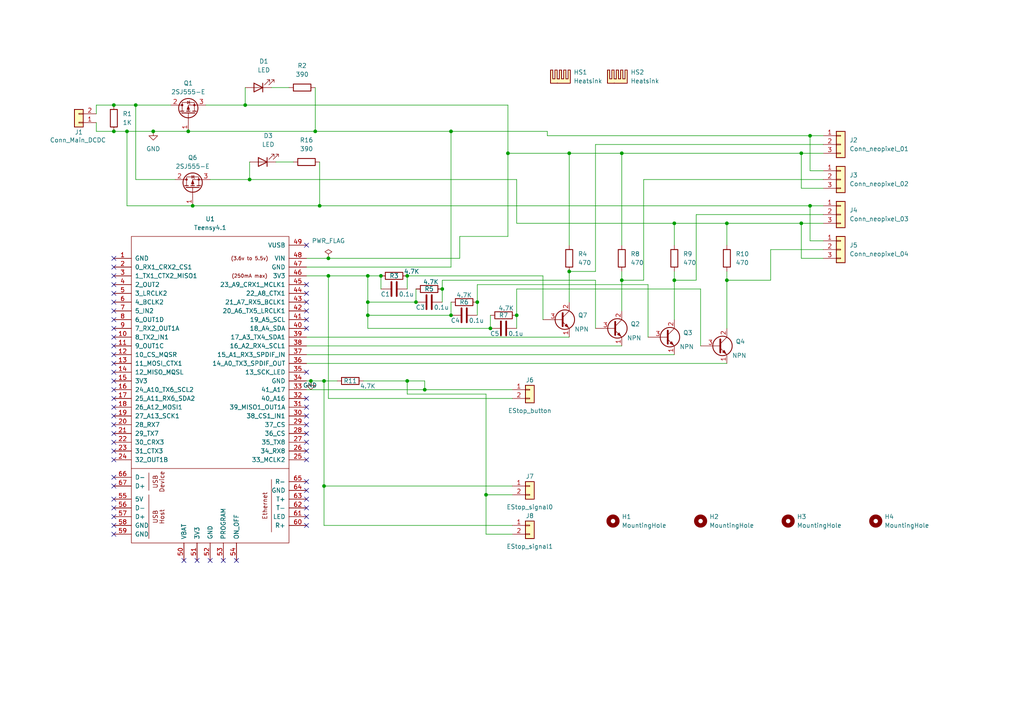
<source format=kicad_sch>
(kicad_sch (version 20231120) (generator "eeschema") (generator_version "8.0")
  (paper "A4")
  (lib_symbols
    (symbol "Connector_Generic:Conn_01x02" (pin_names (offset 1.016) hide)
      (property "Reference" "J" (at 0 2.54 0))
      (property "Value" "Conn_01x02" (at 0 -5.08 0))
      (symbol "Conn_01x02_1_1"
        (rectangle (start -1.27 -2.413) (end 0 -2.667) (stroke (width 0.1524)))
        (rectangle (start -1.27 0.127) (end 0 -0.127) (stroke (width 0.1524)))
        (rectangle (start -1.27 1.27) (end 1.27 -3.81) (stroke (width 0.254)) (fill (type background)))
        (pin passive line (at -5.08 0 0) (length 3.81) (name "Pin_1") (number "1"))
        (pin passive line (at -5.08 -2.54 0) (length 3.81) (name "Pin_2") (number "2"))
      )
    )
    (symbol "Connector_Generic:Conn_01x03" (pin_names (offset 1.016) hide)
      (property "Reference" "J" (at 0 5.08 0))
      (property "Value" "Conn_01x03" (at 0 -5.08 0))
      (symbol "Conn_01x03_1_1"
        (rectangle (start -1.27 -2.413) (end 0 -2.667) (stroke (width 0.1524)))
        (rectangle (start -1.27 0.127) (end 0 -0.127) (stroke (width 0.1524)))
        (rectangle (start -1.27 2.667) (end 0 2.413) (stroke (width 0.1524)))
        (rectangle (start -1.27 3.81) (end 1.27 -3.81) (stroke (width 0.254)) (fill (type background)))
        (pin passive line (at -5.08 2.54 0) (length 3.81) (name "Pin_1") (number "1"))
        (pin passive line (at -5.08 0 0) (length 3.81) (name "Pin_2") (number "2"))
        (pin passive line (at -5.08 -2.54 0) (length 3.81) (name "Pin_3") (number "3"))
      )
    )
    (symbol "Device:C" (pin_numbers hide) (pin_names (offset 0.254))
      (property "Reference" "C" (at 0.635 2.54 0))
      (property "Value" "C" (at 0.635 -2.54 0))
      (symbol "C_0_1"
        (polyline (pts (xy -2.032 -0.762) (xy 2.032 -0.762)) (stroke (width 0.508)))
        (polyline (pts (xy -2.032 0.762) (xy 2.032 0.762)) (stroke (width 0.508)))
      )
      (symbol "C_1_1"
        (pin passive line (at 0 3.81 270) (length 2.794) (name "~") (number "1"))
        (pin passive line (at 0 -3.81 90) (length 2.794) (name "~") (number "2"))
      )
    )
    (symbol "Device:LED" (pin_numbers hide) (pin_names (offset 1.016) hide)
      (property "Reference" "D" (at 0 2.54 0))
      (property "Value" "LED" (at 0 -2.54 0))
      (symbol "LED_0_1"
        (polyline (pts (xy -1.27 -1.27) (xy -1.27 1.27)) (stroke (width 0.254)))
        (polyline (pts (xy -1.27 0) (xy 1.27 0)))
        (polyline (pts (xy 1.27 -1.27) (xy 1.27 1.27) (xy -1.27 0) (xy 1.27 -1.27)) (stroke (width 0.254)))
        (polyline (pts (xy -3.048 -0.762) (xy -4.572 -2.286) (xy -3.81 -2.286) (xy -4.572 -2.286) (xy -4.572 -1.524)))
        (polyline (pts (xy -1.778 -0.762) (xy -3.302 -2.286) (xy -2.54 -2.286) (xy -3.302 -2.286) (xy -3.302 -1.524)))
      )
      (symbol "LED_1_1"
        (pin passive line (at -3.81 0 0) (length 2.54) (name "K") (number "1"))
        (pin passive line (at 3.81 0 180) (length 2.54) (name "A") (number "2"))
      )
    )
    (symbol "Device:Q_NPN_ECB" (pin_names (offset 0) hide)
      (property "Reference" "Q" (at 5.08 1.27 0))
      (property "Value" "Q_NPN_ECB" (at 5.08 -1.27 0))
      (symbol "Q_NPN_ECB_0_1"
        (polyline (pts (xy 0.635 0.635) (xy 2.54 2.54)))
        (polyline (pts (xy 0.635 -0.635) (xy 2.54 -2.54) (xy 2.54 -2.54)))
        (polyline (pts (xy 0.635 1.905) (xy 0.635 -1.905) (xy 0.635 -1.905)) (stroke (width 0.508)))
        (polyline (pts (xy 1.27 -1.778) (xy 1.778 -1.27) (xy 2.286 -2.286) (xy 1.27 -1.778) (xy 1.27 -1.778)) (fill (type outline)))
        (circle (center 1.27 0) (radius 2.8194) (stroke (width 0.254)))
      )
      (symbol "Q_NPN_ECB_1_1"
        (pin passive line (at 2.54 -5.08 90) (length 2.54) (name "E") (number "1"))
        (pin passive line (at 2.54 5.08 270) (length 2.54) (name "C") (number "2"))
        (pin passive line (at -5.08 0 0) (length 5.715) (name "B") (number "3"))
      )
    )
    (symbol "Device:Q_PMOS_GDS" (pin_names (offset 0) hide)
      (property "Reference" "Q" (at 5.08 1.27 0))
      (property "Value" "Q_PMOS_GDS" (at 5.08 -1.27 0))
      (symbol "Q_PMOS_GDS_0_1"
        (polyline (pts (xy 0.254 0) (xy -2.54 0)))
        (polyline (pts (xy 0.254 1.905) (xy 0.254 -1.905)) (stroke (width 0.254)))
        (polyline (pts (xy 0.762 -1.27) (xy 0.762 -2.286)) (stroke (width 0.254)))
        (polyline (pts (xy 0.762 0.508) (xy 0.762 -0.508)) (stroke (width 0.254)))
        (polyline (pts (xy 0.762 2.286) (xy 0.762 1.27)) (stroke (width 0.254)))
        (polyline (pts (xy 2.54 2.54) (xy 2.54 1.778)))
        (polyline (pts (xy 2.54 -2.54) (xy 2.54 0) (xy 0.762 0)))
        (polyline (pts (xy 0.762 1.778) (xy 3.302 1.778) (xy 3.302 -1.778) (xy 0.762 -1.778)))
        (polyline (pts (xy 2.286 0) (xy 1.27 0.381) (xy 1.27 -0.381) (xy 2.286 0)) (fill (type outline)))
        (polyline (pts (xy 2.794 -0.508) (xy 2.921 -0.381) (xy 3.683 -0.381) (xy 3.81 -0.254)))
        (polyline (pts (xy 3.302 -0.381) (xy 2.921 0.254) (xy 3.683 0.254) (xy 3.302 -0.381)))
        (circle (center 1.651 0) (radius 2.794) (stroke (width 0.254)))
        (circle (center 2.54 -1.778) (radius 0.254) (fill (type outline)))
        (circle (center 2.54 1.778) (radius 0.254) (fill (type outline)))
      )
      (symbol "Q_PMOS_GDS_1_1"
        (pin input line (at -5.08 0 0) (length 2.54) (name "G") (number "1"))
        (pin passive line (at 2.54 5.08 270) (length 2.54) (name "D") (number "2"))
        (pin passive line (at 2.54 -5.08 90) (length 2.54) (name "S") (number "3"))
      )
    )
    (symbol "Device:R" (pin_numbers hide) (pin_names (offset 0))
      (property "Reference" "R" (at 2.032 0 90))
      (property "Value" "R" (at 0 0 90))
      (symbol "R_0_1"
        (rectangle (start -1.016 -2.54) (end 1.016 2.54) (stroke (width 0.254)))
      )
      (symbol "R_1_1"
        (pin passive line (at 0 3.81 270) (length 1.27) (name "~") (number "1"))
        (pin passive line (at 0 -3.81 90) (length 1.27) (name "~") (number "2"))
      )
    )
    (symbol "Mechanical:Heatsink" (pin_names (offset 1.016)) (exclude_from_sim yes)
      (property "Reference" "HS" (at 0 5.08 0))
      (property "Value" "Heatsink" (at 0 -1.27 0))
      (symbol "Heatsink_0_1"
        (polyline (pts (xy -0.3302 1.27) (xy -0.9652 1.27) (xy -0.9652 3.81) (xy -1.6002 3.81) (xy -1.6002 1.27) (xy -2.2352 1.27) (xy -2.2352 3.81) (xy -2.8702 3.81) (xy -2.8702 0) (xy -0.9652 0)) (stroke (width 0.254)) (fill (type background)))
        (polyline (pts (xy -0.3302 1.27) (xy -0.3302 3.81) (xy 0.3048 3.81) (xy 0.3048 1.27) (xy 0.9398 1.27) (xy 0.9398 3.81) (xy 1.5748 3.81) (xy 1.5748 1.27) (xy 2.2098 1.27) (xy 2.2098 3.81) (xy 2.8448 3.81) (xy 2.8448 0) (xy -0.9652 0)) (stroke (width 0.254)) (fill (type background)))
      )
    )
    (symbol "Mechanical:MountingHole" (pin_names (offset 1.016)) (exclude_from_sim yes) (in_bom no)
      (property "Reference" "H" (at 0 5.08 0))
      (property "Value" "MountingHole" (at 0 3.175 0))
      (symbol "MountingHole_0_1"
        (circle (center 0 0) (radius 1.27) (stroke (width 1.27)))
      )
    )
    (symbol "power:GND" (power) (pin_numbers hide) (pin_names (offset 0) hide)
      (property "Value" "GND" (at 0 -3.81 0))
      (symbol "GND_0_1"
        (polyline (pts (xy 0 0) (xy 0 -1.27) (xy 1.27 -1.27) (xy 0 -2.54) (xy -1.27 -1.27) (xy 0 -1.27)))
      )
      (symbol "GND_1_1"
        (pin power_in line (at 0 0 270) (length 0) (name "~") (number "1"))
      )
    )
    (symbol "power:PWR_FLAG" (power) (pin_numbers hide) (pin_names (offset 0) hide)
      (property "Value" "PWR_FLAG" (at 0 3.81 0))
      (symbol "PWR_FLAG_0_0"
        (pin power_out line (at 0 0 90) (length 0) (name "~") (number "1"))
      )
      (symbol "PWR_FLAG_0_1"
        (polyline (pts (xy 0 0) (xy 0 1.27) (xy -1.016 1.905) (xy 0 2.54) (xy 1.016 1.905) (xy 0 1.27)))
      )
    )
    (symbol "teensy:Teensy4.1" (pin_names (offset 1.016))
      (property "Reference" "U" (at 0 64.77 0))
      (property "Value" "Teensy4.1" (at 0 62.23 0))
      (symbol "Teensy4.1_0_0"
        (polyline (pts (xy -22.86 -6.35) (xy 22.86 -6.35)))
        (polyline (pts (xy -17.78 -26.67) (xy -17.78 -13.97)))
        (polyline (pts (xy -17.78 -7.62) (xy -17.78 -12.7)))
        (polyline (pts (xy 17.78 -9.525) (xy 17.78 -24.765)))
        (text "(250mA max)" (at 11.43 49.53 0) (effects (font (size 1.016 1.016))))
        (text "(3.6v to 5.5v)" (at 11.43 54.61 0) (effects (font (size 1.016 1.016))))
        (text "Device" (at -13.97 -10.16 900) (effects (font (size 1.27 1.27))))
        (text "Ethernet" (at 15.875 -17.145 900) (effects (font (size 1.27 1.27))))
        (text "Host" (at -13.97 -20.32 900) (effects (font (size 1.27 1.27))))
        (text "USB" (at -15.875 -20.32 900) (effects (font (size 1.27 1.27))))
        (text "USB" (at -15.875 -10.16 900) (effects (font (size 1.27 1.27))))
        (pin bidirectional line (at -27.94 31.75 0) (length 5.08) (name "8_TX2_IN1") (number "10"))
        (pin bidirectional line (at -27.94 29.21 0) (length 5.08) (name "9_OUT1C") (number "11"))
        (pin bidirectional line (at -27.94 26.67 0) (length 5.08) (name "10_CS_MQSR") (number "12"))
        (pin bidirectional line (at -27.94 24.13 0) (length 5.08) (name "11_MOSI_CTX1") (number "13"))
        (pin bidirectional line (at -27.94 21.59 0) (length 5.08) (name "12_MISO_MQSL") (number "14"))
        (pin power_in line (at -27.94 19.05 0) (length 5.08) (name "3V3") (number "15"))
        (pin bidirectional line (at -27.94 16.51 0) (length 5.08) (name "24_A10_TX6_SCL2") (number "16"))
        (pin bidirectional line (at -27.94 13.97 0) (length 5.08) (name "25_A11_RX6_SDA2") (number "17"))
        (pin bidirectional line (at -27.94 11.43 0) (length 5.08) (name "26_A12_MOSI1") (number "18"))
        (pin bidirectional line (at -27.94 8.89 0) (length 5.08) (name "27_A13_SCK1") (number "19"))
        (pin bidirectional line (at -27.94 6.35 0) (length 5.08) (name "28_RX7") (number "20"))
        (pin bidirectional line (at -27.94 3.81 0) (length 5.08) (name "29_TX7") (number "21"))
        (pin bidirectional line (at -27.94 1.27 0) (length 5.08) (name "30_CRX3") (number "22"))
        (pin bidirectional line (at -27.94 -1.27 0) (length 5.08) (name "31_CTX3") (number "23"))
        (pin bidirectional line (at -27.94 -3.81 0) (length 5.08) (name "32_OUT1B") (number "24"))
        (pin bidirectional line (at 27.94 -3.81 180) (length 5.08) (name "33_MCLK2") (number "25"))
        (pin bidirectional line (at 27.94 -1.27 180) (length 5.08) (name "34_RX8") (number "26"))
        (pin bidirectional line (at 27.94 1.27 180) (length 5.08) (name "35_TX8") (number "27"))
        (pin bidirectional line (at 27.94 3.81 180) (length 5.08) (name "36_CS") (number "28"))
        (pin bidirectional line (at 27.94 6.35 180) (length 5.08) (name "37_CS") (number "29"))
        (pin bidirectional line (at 27.94 8.89 180) (length 5.08) (name "38_CS1_IN1") (number "30"))
        (pin bidirectional line (at 27.94 11.43 180) (length 5.08) (name "39_MISO1_OUT1A") (number "31"))
        (pin bidirectional line (at 27.94 13.97 180) (length 5.08) (name "40_A16") (number "32"))
        (pin bidirectional line (at 27.94 16.51 180) (length 5.08) (name "41_A17") (number "33"))
        (pin bidirectional line (at 27.94 21.59 180) (length 5.08) (name "13_SCK_LED") (number "35"))
        (pin bidirectional line (at 27.94 24.13 180) (length 5.08) (name "14_A0_TX3_SPDIF_OUT") (number "36"))
        (pin bidirectional line (at 27.94 26.67 180) (length 5.08) (name "15_A1_RX3_SPDIF_IN") (number "37"))
        (pin bidirectional line (at 27.94 29.21 180) (length 5.08) (name "16_A2_RX4_SCL1") (number "38"))
        (pin bidirectional line (at 27.94 31.75 180) (length 5.08) (name "17_A3_TX4_SDA1") (number "39"))
        (pin bidirectional line (at 27.94 34.29 180) (length 5.08) (name "18_A4_SDA") (number "40"))
        (pin bidirectional line (at 27.94 36.83 180) (length 5.08) (name "19_A5_SCL") (number "41"))
        (pin bidirectional line (at 27.94 39.37 180) (length 5.08) (name "20_A6_TX5_LRCLK1") (number "42"))
        (pin bidirectional line (at 27.94 41.91 180) (length 5.08) (name "21_A7_RX5_BCLK1") (number "43"))
        (pin bidirectional line (at 27.94 44.45 180) (length 5.08) (name "22_A8_CTX1") (number "44"))
        (pin bidirectional line (at 27.94 46.99 180) (length 5.08) (name "23_A9_CRX1_MCLK1") (number "45"))
        (pin output line (at 27.94 49.53 180) (length 5.08) (name "3V3") (number "46"))
        (pin output line (at 27.94 52.07 180) (length 5.08) (name "GND") (number "47"))
        (pin power_in line (at 27.94 54.61 180) (length 5.08) (name "VIN") (number "48"))
        (pin power_out line (at 27.94 58.42 180) (length 5.08) (name "VUSB") (number "49"))
        (pin bidirectional line (at -27.94 44.45 0) (length 5.08) (name "3_LRCLK2") (number "5"))
        (pin power_in line (at -7.62 -33.02 90) (length 5.08) (name "VBAT") (number "50"))
        (pin power_in line (at -3.81 -33.02 90) (length 5.08) (name "3V3") (number "51"))
        (pin input line (at 0 -33.02 90) (length 5.08) (name "GND") (number "52"))
        (pin input line (at 3.81 -33.02 90) (length 5.08) (name "PROGRAM") (number "53"))
        (pin input line (at 7.62 -33.02 90) (length 5.08) (name "ON_OFF") (number "54"))
        (pin power_out line (at -27.94 -15.24 0) (length 5.08) (name "5V") (number "55"))
        (pin bidirectional line (at -27.94 -17.78 0) (length 5.08) (name "D-") (number "56"))
        (pin bidirectional line (at -27.94 -20.32 0) (length 5.08) (name "D+") (number "57"))
        (pin power_in line (at -27.94 -22.86 0) (length 5.08) (name "GND") (number "58"))
        (pin power_in line (at -27.94 -25.4 0) (length 5.08) (name "GND") (number "59"))
        (pin bidirectional line (at -27.94 41.91 0) (length 5.08) (name "4_BCLK2") (number "6"))
        (pin bidirectional line (at 27.94 -22.86 180) (length 5.08) (name "R+") (number "60"))
        (pin bidirectional line (at 27.94 -20.32 180) (length 5.08) (name "LED") (number "61"))
        (pin bidirectional line (at 27.94 -17.78 180) (length 5.08) (name "T-") (number "62"))
        (pin bidirectional line (at 27.94 -15.24 180) (length 5.08) (name "T+") (number "63"))
        (pin power_in line (at 27.94 -12.7 180) (length 5.08) (name "GND") (number "64"))
        (pin bidirectional line (at 27.94 -10.16 180) (length 5.08) (name "R-") (number "65"))
        (pin bidirectional line (at -27.94 -8.89 0) (length 5.08) (name "D-") (number "66"))
        (pin bidirectional line (at -27.94 -11.43 0) (length 5.08) (name "D+") (number "67"))
        (pin bidirectional line (at -27.94 39.37 0) (length 5.08) (name "5_IN2") (number "7"))
        (pin bidirectional line (at -27.94 36.83 0) (length 5.08) (name "6_OUT1D") (number "8"))
        (pin bidirectional line (at -27.94 34.29 0) (length 5.08) (name "7_RX2_OUT1A") (number "9"))
      )
      (symbol "Teensy4.1_0_1"
        (rectangle (start -22.86 60.96) (end 22.86 -27.94))
        (rectangle (start -20.32 -1.27) (end -20.32 -1.27))
      )
      (symbol "Teensy4.1_1_1"
        (pin power_in line (at -27.94 54.61 0) (length 5.08) (name "GND") (number "1"))
        (pin bidirectional line (at -27.94 52.07 0) (length 5.08) (name "0_RX1_CRX2_CS1") (number "2"))
        (pin bidirectional line (at -27.94 49.53 0) (length 5.08) (name "1_TX1_CTX2_MISO1") (number "3"))
        (pin power_in line (at 27.94 19.05 180) (length 5.08) (name "GND") (number "34"))
        (pin bidirectional line (at -27.94 46.99 0) (length 5.08) (name "2_OUT2") (number "4"))
      )
    )
  )
  (junction (at 165.1 78.74))
  (junction (at 195.58 81.28))
  (junction (at 95.25 80.01))
  (junction (at 232.41 64.77))
  (junction (at 33.02 30.48))
  (junction (at 106.68 87.63))
  (junction (at 90.17 110.49))
  (junction (at 149.86 91.44))
  (junction (at 91.44 38.1))
  (junction (at 165.1 44.45))
  (junction (at 123.19 113.03))
  (junction (at 106.68 91.44))
  (junction (at 36.83 38.1))
  (junction (at 120.65 87.63))
  (junction (at 142.24 95.25))
  (junction (at 180.34 44.45))
  (junction (at 180.34 81.28))
  (junction (at 93.98 110.49))
  (junction (at 130.81 38.1))
  (junction (at 95.25 74.93))
  (junction (at 106.68 80.01))
  (junction (at 138.43 87.63))
  (junction (at 140.97 143.51))
  (junction (at 110.49 80.01))
  (junction (at 128.27 83.82))
  (junction (at 234.95 59.69))
  (junction (at 195.58 64.77))
  (junction (at 39.37 30.48))
  (junction (at 55.88 59.69))
  (junction (at 118.11 80.01))
  (junction (at 92.71 59.69))
  (junction (at 72.39 52.07))
  (junction (at 33.02 38.1))
  (junction (at 210.82 64.77))
  (junction (at 54.61 38.1))
  (junction (at 71.12 30.48))
  (junction (at 130.81 91.44))
  (junction (at 147.32 44.45))
  (junction (at 210.82 81.28))
  (junction (at 93.98 140.97))
  (junction (at 118.11 110.49))
  (junction (at 44.45 38.1))
  (junction (at 234.95 39.37))
  (junction (at 232.41 44.45))
  (no_connect (at 33.02 144.78))
  (no_connect (at 33.02 152.4))
  (no_connect (at 64.77 162.56))
  (no_connect (at 88.9 133.35))
  (no_connect (at 88.9 71.12))
  (no_connect (at 88.9 107.95))
  (no_connect (at 33.02 115.57))
  (no_connect (at 53.34 162.56))
  (no_connect (at 33.02 125.73))
  (no_connect (at 33.02 154.94))
  (no_connect (at 33.02 133.35))
  (no_connect (at 33.02 87.63))
  (no_connect (at 88.9 130.81))
  (no_connect (at 33.02 80.01))
  (no_connect (at 60.96 162.56))
  (no_connect (at 88.9 149.86))
  (no_connect (at 33.02 74.93))
  (no_connect (at 68.58 162.56))
  (no_connect (at 88.9 139.7))
  (no_connect (at 33.02 77.47))
  (no_connect (at 33.02 128.27))
  (no_connect (at 33.02 107.95))
  (no_connect (at 88.9 128.27))
  (no_connect (at 33.02 92.71))
  (no_connect (at 88.9 115.57))
  (no_connect (at 33.02 120.65))
  (no_connect (at 88.9 125.73))
  (no_connect (at 88.9 85.09))
  (no_connect (at 88.9 82.55))
  (no_connect (at 88.9 123.19))
  (no_connect (at 33.02 149.86))
  (no_connect (at 33.02 95.25))
  (no_connect (at 33.02 90.17))
  (no_connect (at 33.02 118.11))
  (no_connect (at 33.02 140.97))
  (no_connect (at 33.02 82.55))
  (no_connect (at 88.9 147.32))
  (no_connect (at 88.9 120.65))
  (no_connect (at 33.02 105.41))
  (no_connect (at 33.02 100.33))
  (no_connect (at 33.02 130.81))
  (no_connect (at 33.02 123.19))
  (no_connect (at 33.02 102.87))
  (no_connect (at 88.9 90.17))
  (no_connect (at 88.9 142.24))
  (no_connect (at 33.02 138.43))
  (no_connect (at 33.02 147.32))
  (no_connect (at 88.9 152.4))
  (no_connect (at 88.9 87.63))
  (no_connect (at 33.02 110.49))
  (no_connect (at 33.02 85.09))
  (no_connect (at 33.02 113.03))
  (no_connect (at 88.9 118.11))
  (no_connect (at 88.9 95.25))
  (no_connect (at 88.9 144.78))
  (no_connect (at 57.15 162.56))
  (no_connect (at 88.9 92.71))
  (no_connect (at 33.02 97.79))
  (wire (pts (xy 72.39 52.07) (xy 149.86 52.07)))
  (wire (pts (xy 128.27 83.82) (xy 128.27 87.63)))
  (wire (pts (xy 238.76 69.85) (xy 234.95 69.85)))
  (wire (pts (xy 172.72 41.91) (xy 238.76 41.91)))
  (wire (pts (xy 93.98 110.49) (xy 93.98 140.97)))
  (wire (pts (xy 238.76 54.61) (xy 232.41 54.61)))
  (wire (pts (xy 88.9 97.79) (xy 165.1 97.79)))
  (wire (pts (xy 210.82 64.77) (xy 210.82 71.12)))
  (wire (pts (xy 130.81 87.63) (xy 130.81 91.44)))
  (wire (pts (xy 234.95 69.85) (xy 234.95 59.69)))
  (wire (pts (xy 234.95 39.37) (xy 234.95 49.53)))
  (wire (pts (xy 60.96 52.07) (xy 72.39 52.07)))
  (wire (pts (xy 210.82 81.28) (xy 223.52 81.28)))
  (wire (pts (xy 142.24 91.44) (xy 142.24 95.25)))
  (wire (pts (xy 203.2 83.82) (xy 203.2 100.33)))
  (wire (pts (xy 165.1 44.45) (xy 165.1 71.12)))
  (wire (pts (xy 123.19 110.49) (xy 118.11 110.49)))
  (wire (pts (xy 165.1 78.74) (xy 165.1 87.63)))
  (wire (pts (xy 27.94 30.48) (xy 33.02 30.48)))
  (wire (pts (xy 95.25 115.57) (xy 148.59 115.57)))
  (wire (pts (xy 93.98 140.97) (xy 148.59 140.97)))
  (wire (pts (xy 118.11 114.3) (xy 118.11 110.49)))
  (wire (pts (xy 130.81 38.1) (xy 158.75 38.1)))
  (wire (pts (xy 234.95 39.37) (xy 238.76 39.37)))
  (wire (pts (xy 149.86 83.82) (xy 149.86 91.44)))
  (wire (pts (xy 158.75 39.37) (xy 234.95 39.37)))
  (wire (pts (xy 180.34 78.74) (xy 180.34 81.28)))
  (wire (pts (xy 80.01 46.99) (xy 85.09 46.99)))
  (wire (pts (xy 232.41 44.45) (xy 238.76 44.45)))
  (wire (pts (xy 106.68 91.44) (xy 130.81 91.44)))
  (wire (pts (xy 128.27 81.28) (xy 128.27 83.82)))
  (wire (pts (xy 133.35 68.58) (xy 147.32 68.58)))
  (wire (pts (xy 36.83 59.69) (xy 55.88 59.69)))
  (wire (pts (xy 36.83 59.69) (xy 36.83 38.1)))
  (wire (pts (xy 95.25 74.93) (xy 133.35 74.93)))
  (wire (pts (xy 71.12 30.48) (xy 147.32 30.48)))
  (wire (pts (xy 238.76 52.07) (xy 186.69 52.07)))
  (wire (pts (xy 36.83 38.1) (xy 44.45 38.1)))
  (wire (pts (xy 234.95 59.69) (xy 238.76 59.69)))
  (wire (pts (xy 95.25 74.93) (xy 88.9 74.93)))
  (wire (pts (xy 186.69 52.07) (xy 186.69 81.28)))
  (wire (pts (xy 223.52 72.39) (xy 238.76 72.39)))
  (wire (pts (xy 138.43 87.63) (xy 138.43 91.44)))
  (wire (pts (xy 186.69 81.28) (xy 180.34 81.28)))
  (wire (pts (xy 88.9 100.33) (xy 180.34 100.33)))
  (wire (pts (xy 106.68 80.01) (xy 110.49 80.01)))
  (wire (pts (xy 106.68 87.63) (xy 120.65 87.63)))
  (wire (pts (xy 172.72 95.25) (xy 172.72 81.28)))
  (wire (pts (xy 106.68 95.25) (xy 142.24 95.25)))
  (wire (pts (xy 149.86 83.82) (xy 203.2 83.82)))
  (wire (pts (xy 33.02 38.1) (xy 36.83 38.1)))
  (wire (pts (xy 71.12 25.4) (xy 71.12 30.48)))
  (wire (pts (xy 149.86 64.77) (xy 195.58 64.77)))
  (wire (pts (xy 157.48 80.01) (xy 157.48 92.71)))
  (wire (pts (xy 180.34 81.28) (xy 180.34 90.17)))
  (wire (pts (xy 201.93 62.23) (xy 201.93 81.28)))
  (wire (pts (xy 210.82 81.28) (xy 210.82 95.25)))
  (wire (pts (xy 120.65 83.82) (xy 120.65 87.63)))
  (wire (pts (xy 88.9 105.41) (xy 210.82 105.41)))
  (wire (pts (xy 88.9 113.03) (xy 123.19 113.03)))
  (wire (pts (xy 140.97 143.51) (xy 148.59 143.51)))
  (wire (pts (xy 238.76 49.53) (xy 234.95 49.53)))
  (wire (pts (xy 149.86 52.07) (xy 149.86 64.77)))
  (wire (pts (xy 147.32 68.58) (xy 147.32 44.45)))
  (wire (pts (xy 195.58 64.77) (xy 195.58 71.12)))
  (wire (pts (xy 39.37 52.07) (xy 50.8 52.07)))
  (wire (pts (xy 118.11 80.01) (xy 157.48 80.01)))
  (wire (pts (xy 88.9 80.01) (xy 95.25 80.01)))
  (wire (pts (xy 33.02 30.48) (xy 39.37 30.48)))
  (wire (pts (xy 140.97 114.3) (xy 118.11 114.3)))
  (wire (pts (xy 195.58 81.28) (xy 195.58 92.71)))
  (wire (pts (xy 149.86 91.44) (xy 149.86 95.25)))
  (wire (pts (xy 232.41 44.45) (xy 232.41 54.61)))
  (wire (pts (xy 88.9 110.49) (xy 90.17 110.49)))
  (wire (pts (xy 130.81 77.47) (xy 88.9 77.47)))
  (wire (pts (xy 195.58 64.77) (xy 210.82 64.77)))
  (wire (pts (xy 238.76 74.93) (xy 232.41 74.93)))
  (wire (pts (xy 138.43 82.55) (xy 187.96 82.55)))
  (wire (pts (xy 223.52 81.28) (xy 223.52 72.39)))
  (wire (pts (xy 27.94 33.02) (xy 27.94 30.48)))
  (wire (pts (xy 93.98 152.4) (xy 93.98 140.97)))
  (wire (pts (xy 140.97 154.94) (xy 148.59 154.94)))
  (wire (pts (xy 158.75 39.37) (xy 158.75 38.1)))
  (wire (pts (xy 95.25 80.01) (xy 95.25 115.57)))
  (wire (pts (xy 187.96 97.79) (xy 187.96 82.55)))
  (wire (pts (xy 91.44 25.4) (xy 91.44 38.1)))
  (wire (pts (xy 106.68 80.01) (xy 106.68 87.63)))
  (wire (pts (xy 140.97 114.3) (xy 140.97 143.51)))
  (wire (pts (xy 123.19 113.03) (xy 148.59 113.03)))
  (wire (pts (xy 232.41 64.77) (xy 238.76 64.77)))
  (wire (pts (xy 180.34 44.45) (xy 180.34 71.12)))
  (wire (pts (xy 195.58 78.74) (xy 195.58 81.28)))
  (wire (pts (xy 88.9 102.87) (xy 195.58 102.87)))
  (wire (pts (xy 201.93 81.28) (xy 195.58 81.28)))
  (wire (pts (xy 138.43 82.55) (xy 138.43 87.63)))
  (wire (pts (xy 106.68 91.44) (xy 106.68 95.25)))
  (wire (pts (xy 78.74 25.4) (xy 83.82 25.4)))
  (wire (pts (xy 59.69 30.48) (xy 71.12 30.48)))
  (wire (pts (xy 92.71 46.99) (xy 92.71 59.69)))
  (wire (pts (xy 44.45 38.1) (xy 54.61 38.1)))
  (wire (pts (xy 92.71 59.69) (xy 234.95 59.69)))
  (wire (pts (xy 148.59 152.4) (xy 93.98 152.4)))
  (wire (pts (xy 165.1 78.74) (xy 172.72 78.74)))
  (wire (pts (xy 118.11 110.49) (xy 105.41 110.49)))
  (wire (pts (xy 106.68 87.63) (xy 106.68 91.44)))
  (wire (pts (xy 91.44 38.1) (xy 130.81 38.1)))
  (wire (pts (xy 27.94 38.1) (xy 33.02 38.1)))
  (wire (pts (xy 210.82 64.77) (xy 232.41 64.77)))
  (wire (pts (xy 39.37 30.48) (xy 39.37 52.07)))
  (wire (pts (xy 55.88 59.69) (xy 92.71 59.69)))
  (wire (pts (xy 95.25 80.01) (xy 106.68 80.01)))
  (wire (pts (xy 165.1 44.45) (xy 180.34 44.45)))
  (wire (pts (xy 39.37 30.48) (xy 49.53 30.48)))
  (wire (pts (xy 110.49 80.01) (xy 110.49 83.82)))
  (wire (pts (xy 130.81 38.1) (xy 130.81 77.47)))
  (wire (pts (xy 93.98 110.49) (xy 97.79 110.49)))
  (wire (pts (xy 128.27 81.28) (xy 172.72 81.28)))
  (wire (pts (xy 90.17 110.49) (xy 93.98 110.49)))
  (wire (pts (xy 72.39 46.99) (xy 72.39 52.07)))
  (wire (pts (xy 27.94 35.56) (xy 27.94 38.1)))
  (wire (pts (xy 133.35 74.93) (xy 133.35 68.58)))
  (wire (pts (xy 54.61 38.1) (xy 91.44 38.1)))
  (wire (pts (xy 118.11 80.01) (xy 118.11 83.82)))
  (wire (pts (xy 210.82 78.74) (xy 210.82 81.28)))
  (wire (pts (xy 123.19 110.49) (xy 123.19 113.03)))
  (wire (pts (xy 147.32 30.48) (xy 147.32 44.45)))
  (wire (pts (xy 232.41 74.93) (xy 232.41 64.77)))
  (wire (pts (xy 172.72 78.74) (xy 172.72 41.91)))
  (wire (pts (xy 238.76 62.23) (xy 201.93 62.23)))
  (wire (pts (xy 180.34 44.45) (xy 232.41 44.45)))
  (wire (pts (xy 140.97 143.51) (xy 140.97 154.94)))
  (wire (pts (xy 147.32 44.45) (xy 165.1 44.45)))
  (symbol (lib_id "Device:R") (at 33.02 34.29 0) (unit 1)
    (property "Reference" "R1" (at 35.56 33.0199 0) (effects (justify left)))
    (property "Value" "1K" (at 35.56 35.5599 0) (effects (justify left)))
    (property "Footprint" "R_Axial_DIN0207_L6.3mm_D2.5mm_P10.16mm_Horizontal" (effects (hide yes)))
    (property "Datasheet" "https://akizukidenshi.com/catalog/g/g108535/" (effects (hide yes)))
    (property "Description" "Resistor" (effects (hide yes)))
  )
  (symbol (lib_id "Device:R") (at 87.63 25.4 270) (unit 1)
    (property "Reference" "R2" (at 87.63 19.05 90))
    (property "Value" "390" (at 87.63 21.59 90))
    (property "Footprint" "R_Axial_DIN0207_L6.3mm_D2.5mm_P10.16mm_Horizontal" (effects (hide yes)))
    (property "Datasheet" "https://akizukidenshi.com/catalog/g/g108531/" (effects (hide yes)))
    (property "Description" "Resistor" (effects (hide yes)))
  )
  (symbol (lib_id "Device:Q_NPN_ECB") (at 162.56 92.71 0) (unit 1)
    (property "Reference" "Q7" (at 167.64 91.4399 0) (effects (justify left)))
    (property "Value" "NPN" (at 166.624 95.504 0) (effects (justify left)))
    (property "Footprint" "Package_TO_SOT_THT:TO-92L_HandSolder" (effects (hide yes)))
    (property "Datasheet" "https://akizukidenshi.com/catalog/g/g117089/" (effects (hide yes)))
    (property "Description" "NPN transistor, emitter/collector/base" (effects (hide yes)))
  )
  (symbol (lib_id "Device:Q_NPN_ECB") (at 177.8 95.25 0) (unit 1)
    (property "Reference" "Q2" (at 182.88 93.9799 0) (effects (justify left)))
    (property "Value" "NPN" (at 181.864 98.044 0) (effects (justify left)))
    (property "Footprint" "Package_TO_SOT_THT:TO-92L_HandSolder" (effects (hide yes)))
    (property "Datasheet" "https://akizukidenshi.com/catalog/g/g117089/" (effects (hide yes)))
    (property "Description" "NPN transistor, emitter/collector/base" (effects (hide yes)))
  )
  (symbol (lib_id "Connector_Generic:Conn_01x02") (at 153.67 113.03 0) (unit 1)
    (property "Reference" "J6" (at 153.67 110.236 0))
    (property "Value" "EStop_button" (at 153.67 119.126 0))
    (property "Footprint" "AMASS_XT60PW-F_1x02_P7.20mm_Horizontal" (effects (hide yes)))
    (property "Datasheet" "https://akizukidenshi.com/catalog/g/g118155/" (effects (hide yes)))
    (property "Description" "Generic connector, single row, 01x02, script generated (kicad-library-utils/schlib/autogen/connector/)" (effects (hide yes)))
  )
  (symbol (lib_id "Device:R") (at 210.82 74.93 0) (unit 1)
    (property "Reference" "R10" (at 213.36 73.6599 0) (effects (justify left)))
    (property "Value" "470" (at 213.36 76.1999 0) (effects (justify left)))
    (property "Footprint" "R_Axial_DIN0207_L6.3mm_D2.5mm_P10.16mm_Horizontal" (effects (hide yes)))
    (property "Datasheet" "https://akizukidenshi.com/catalog/g/g125471/" (effects (hide yes)))
    (property "Description" "Resistor" (effects (hide yes)))
  )
  (symbol (lib_id "Mechanical:MountingHole") (at 177.8 151.13 0) (unit 1) (exclude_from_sim yes) (in_bom no)
    (property "Reference" "H1" (at 180.34 149.8599 0) (effects (justify left)))
    (property "Value" "MountingHole" (at 180.34 152.3999 0) (effects (justify left)))
    (property "Footprint" "MountingHole:MountingHole_3.2mm_M3" (effects (hide yes)))
    (property "Description" "Mounting Hole without connection" (effects (hide yes)))
  )
  (symbol (lib_id "Device:Q_NPN_ECB") (at 193.04 97.79 0) (unit 1)
    (property "Reference" "Q3" (at 198.12 96.5199 0) (effects (justify left)))
    (property "Value" "NPN" (at 197.104 100.584 0) (effects (justify left)))
    (property "Footprint" "Package_TO_SOT_THT:TO-92L_HandSolder" (effects (hide yes)))
    (property "Datasheet" "https://akizukidenshi.com/catalog/g/g117089/" (effects (hide yes)))
    (property "Description" "NPN transistor, emitter/collector/base" (effects (hide yes)))
  )
  (symbol (lib_id "Device:R") (at 134.62 87.63 270) (unit 1)
    (property "Reference" "R6" (at 134.62 87.63 90))
    (property "Value" "4.7K" (at 134.62 85.598 90))
    (property "Footprint" "R_Axial_DIN0207_L6.3mm_D2.5mm_P10.16mm_Horizontal" (effects (hide yes)))
    (property "Datasheet" "https://akizukidenshi.com/catalog/g/g125472/" (effects (hide yes)))
    (property "Description" "Resistor" (effects (hide yes)))
  )
  (symbol (lib_id "Device:C") (at 124.46 87.63 90) (unit 1)
    (property "Reference" "C3" (at 121.92 89.154 90))
    (property "Value" "0.1u" (at 128.016 89.154 90))
    (property "Footprint" "Capacitor_THT:C_Rect_L7.2mm_W4.5mm_P5.00mm_FKS2_FKP2_MKS2_MKP2" (effects (hide yes)))
    (property "Datasheet" "https://akizukidenshi.com/catalog/g/g110147/" (effects (hide yes)))
    (property "Description" "Unpolarized capacitor" (effects (hide yes)))
  )
  (symbol (lib_id "Mechanical:MountingHole") (at 254 151.13 0) (unit 1) (exclude_from_sim yes) (in_bom no)
    (property "Reference" "H4" (at 256.54 149.8599 0) (effects (justify left)))
    (property "Value" "MountingHole" (at 256.54 152.3999 0) (effects (justify left)))
    (property "Footprint" "MountingHole:MountingHole_3.2mm_M3" (effects (hide yes)))
    (property "Description" "Mounting Hole without connection" (effects (hide yes)))
  )
  (symbol (lib_id "Device:Q_PMOS_GDS") (at 54.61 33.02 90) (unit 1)
    (property "Reference" "Q1" (at 54.61 24.13 90))
    (property "Value" "2SJ555-E" (at 54.61 26.67 90))
    (property "Footprint" "Package_TO_SOT_THT:TO-3P-3_Vertical" (effects (hide yes)))
    (property "Datasheet" "https://akizukidenshi.com/catalog/g/g109042/" (effects (hide yes)))
    (property "Description" "P-MOSFET transistor, gate/drain/source" (effects (hide yes)))
  )
  (symbol (lib_id "Connector_Generic:Conn_01x03") (at 243.84 62.23 0) (unit 1)
    (property "Reference" "J4" (at 246.38 60.9599 0) (effects (justify left)))
    (property "Value" "Conn_neopixel_03" (at 246.38 63.4999 0) (effects (justify left)))
    (property "Footprint" "TerminalBlock_Phoenix:TerminalBlock_Phoenix_MKDS-1,5-3-5.08_1x03_P5.08mm_Horizontal" (effects (hide yes)))
    (property "Datasheet" "https://akizukidenshi.com/catalog/g/g101310/" (effects (hide yes)))
    (property "Description" "Generic connector, single row, 01x03, script generated (kicad-library-utils/schlib/autogen/connector/)" (effects (hide yes)))
  )
  (symbol (lib_id "Device:R") (at 88.9 46.99 270) (unit 1)
    (property "Reference" "R16" (at 88.9 40.64 90))
    (property "Value" "390" (at 88.9 43.18 90))
    (property "Footprint" "R_Axial_DIN0207_L6.3mm_D2.5mm_P10.16mm_Horizontal" (effects (hide yes)))
    (property "Datasheet" "https://akizukidenshi.com/catalog/g/g108531/" (effects (hide yes)))
    (property "Description" "Resistor" (effects (hide yes)))
  )
  (symbol (lib_id "Connector_Generic:Conn_01x02") (at 153.67 152.4 0) (unit 1)
    (property "Reference" "J8" (at 153.67 149.606 0))
    (property "Value" "EStop_signal1" (at 153.67 158.496 0))
    (property "Footprint" "AMASS_XT30PW-F_1x02_P2.50mm_Horizontal" (effects (hide yes)))
    (property "Datasheet" "https://akizukidenshi.com/catalog/g/g117948" (effects (hide yes)))
    (property "Description" "Generic connector, single row, 01x02, script generated (kicad-library-utils/schlib/autogen/connector/)" (effects (hide yes)))
  )
  (symbol (lib_id "Device:R") (at 114.3 80.01 270) (unit 1)
    (property "Reference" "R3" (at 114.3 80.01 90))
    (property "Value" "4.7K" (at 119.38 78.74 90))
    (property "Footprint" "R_Axial_DIN0207_L6.3mm_D2.5mm_P10.16mm_Horizontal" (effects (hide yes)))
    (property "Datasheet" "https://akizukidenshi.com/catalog/g/g125472/" (effects (hide yes)))
    (property "Description" "Resistor" (effects (hide yes)))
  )
  (symbol (lib_id "Mechanical:MountingHole") (at 228.6 151.13 0) (unit 1) (exclude_from_sim yes) (in_bom no)
    (property "Reference" "H3" (at 231.14 149.8599 0) (effects (justify left)))
    (property "Value" "MountingHole" (at 231.14 152.3999 0) (effects (justify left)))
    (property "Footprint" "MountingHole:MountingHole_3.2mm_M3" (effects (hide yes)))
    (property "Description" "Mounting Hole without connection" (effects (hide yes)))
  )
  (symbol (lib_id "Device:Q_NPN_ECB") (at 208.28 100.33 0) (unit 1)
    (property "Reference" "Q4" (at 213.36 99.0599 0) (effects (justify left)))
    (property "Value" "NPN" (at 212.344 103.124 0) (effects (justify left)))
    (property "Footprint" "Package_TO_SOT_THT:TO-92L_HandSolder" (effects (hide yes)))
    (property "Datasheet" "https://akizukidenshi.com/catalog/g/g117089/" (effects (hide yes)))
    (property "Description" "NPN transistor, emitter/collector/base" (effects (hide yes)))
  )
  (symbol (lib_id "Device:R") (at 195.58 74.93 0) (unit 1)
    (property "Reference" "R9" (at 198.12 73.6599 0) (effects (justify left)))
    (property "Value" "470" (at 198.12 76.1999 0) (effects (justify left)))
    (property "Footprint" "R_Axial_DIN0207_L6.3mm_D2.5mm_P10.16mm_Horizontal" (effects (hide yes)))
    (property "Datasheet" "https://akizukidenshi.com/catalog/g/g125471/" (effects (hide yes)))
    (property "Description" "Resistor" (effects (hide yes)))
  )
  (symbol (lib_id "Device:LED") (at 74.93 25.4 180) (unit 1)
    (property "Reference" "D1" (at 76.5175 17.78 0))
    (property "Value" "LED" (at 76.5175 20.32 0))
    (property "Footprint" "LED_D3.0mm" (effects (hide yes)))
    (property "Datasheet" "https://akizukidenshi.com/catalog/g/g111636/" (effects (hide yes)))
    (property "Description" "Light emitting diode" (effects (hide yes)))
  )
  (symbol (lib_id "Device:R") (at 146.05 91.44 270) (unit 1)
    (property "Reference" "R7" (at 146.05 91.44 90))
    (property "Value" "4.7K" (at 146.812 89.408 90))
    (property "Footprint" "R_Axial_DIN0207_L6.3mm_D2.5mm_P10.16mm_Horizontal" (effects (hide yes)))
    (property "Datasheet" "https://akizukidenshi.com/catalog/g/g125472/" (effects (hide yes)))
    (property "Description" "Resistor" (effects (hide yes)))
  )
  (symbol (lib_id "Connector_Generic:Conn_01x02") (at 153.67 140.97 0) (unit 1)
    (property "Reference" "J7" (at 153.67 138.176 0))
    (property "Value" "EStop_signal0" (at 153.67 147.066 0))
    (property "Footprint" "AMASS_XT30PW-F_1x02_P2.50mm_Horizontal" (effects (hide yes)))
    (property "Datasheet" "https://akizukidenshi.com/catalog/g/g117948" (effects (hide yes)))
    (property "Description" "Generic connector, single row, 01x02, script generated (kicad-library-utils/schlib/autogen/connector/)" (effects (hide yes)))
  )
  (symbol (lib_id "Device:R") (at 180.34 74.93 0) (unit 1)
    (property "Reference" "R8" (at 182.88 73.6599 0) (effects (justify left)))
    (property "Value" "470" (at 182.88 76.1999 0) (effects (justify left)))
    (property "Footprint" "R_Axial_DIN0207_L6.3mm_D2.5mm_P10.16mm_Horizontal" (effects (hide yes)))
    (property "Datasheet" "https://akizukidenshi.com/catalog/g/g125471/" (effects (hide yes)))
    (property "Description" "Resistor" (effects (hide yes)))
  )
  (symbol (lib_id "Connector_Generic:Conn_01x03") (at 243.84 41.91 0) (unit 1)
    (property "Reference" "J2" (at 246.38 40.6399 0) (effects (justify left)))
    (property "Value" "Conn_neopixel_01" (at 246.38 43.1799 0) (effects (justify left)))
    (property "Footprint" "TerminalBlock_Phoenix:TerminalBlock_Phoenix_MKDS-1,5-3-5.08_1x03_P5.08mm_Horizontal" (effects (hide yes)))
    (property "Datasheet" "https://akizukidenshi.com/catalog/g/g101310/" (effects (hide yes)))
    (property "Description" "Generic connector, single row, 01x03, script generated (kicad-library-utils/schlib/autogen/connector/)" (effects (hide yes)))
  )
  (symbol (lib_id "Mechanical:Heatsink") (at 179.07 24.13 0) (unit 1) (exclude_from_sim yes)
    (property "Reference" "HS2" (at 182.88 20.9549 0) (effects (justify left)))
    (property "Value" "Heatsink" (at 182.88 23.4949 0) (effects (justify left)))
    (property "Footprint" "16PB017-01025" (effects (hide yes)))
    (property "Datasheet" "https://akizukidenshi.com/catalog/g/g105053/" (effects (hide yes)))
    (property "Description" "Heatsink" (effects (hide yes)))
  )
  (symbol (lib_id "Connector_Generic:Conn_01x03") (at 243.84 72.39 0) (unit 1)
    (property "Reference" "J5" (at 246.38 71.1199 0) (effects (justify left)))
    (property "Value" "Conn_neopixel_04" (at 246.38 73.6599 0) (effects (justify left)))
    (property "Footprint" "TerminalBlock_Phoenix:TerminalBlock_Phoenix_MKDS-1,5-3-5.08_1x03_P5.08mm_Horizontal" (effects (hide yes)))
    (property "Datasheet" "https://akizukidenshi.com/catalog/g/g101310/" (effects (hide yes)))
    (property "Description" "Generic connector, single row, 01x03, script generated (kicad-library-utils/schlib/autogen/connector/)" (effects (hide yes)))
  )
  (symbol (lib_id "Device:R") (at 165.1 74.93 0) (unit 1)
    (property "Reference" "R4" (at 167.64 73.6599 0) (effects (justify left)))
    (property "Value" "470" (at 167.64 76.1999 0) (effects (justify left)))
    (property "Footprint" "R_Axial_DIN0207_L6.3mm_D2.5mm_P10.16mm_Horizontal" (effects (hide yes)))
    (property "Datasheet" "https://akizukidenshi.com/catalog/g/g125471/" (effects (hide yes)))
    (property "Description" "Resistor" (effects (hide yes)))
  )
  (symbol (lib_id "power:GND") (at 44.45 38.1 0) (unit 1)
    (property "Reference" "#PWR01" (effects (hide yes)))
    (property "Value" "GND" (at 44.45 43.18 0))
    (property "Description" "Power symbol creates a global label with name \"GND\" , ground" (effects (hide yes)))
  )
  (symbol (lib_id "Mechanical:Heatsink") (at 162.56 24.13 0) (unit 1) (exclude_from_sim yes)
    (property "Reference" "HS1" (at 166.37 20.9549 0) (effects (justify left)))
    (property "Value" "Heatsink" (at 166.37 23.4949 0) (effects (justify left)))
    (property "Footprint" "16PB017-01025" (effects (hide yes)))
    (property "Datasheet" "https://akizukidenshi.com/catalog/g/g105053/" (effects (hide yes)))
    (property "Description" "Heatsink" (effects (hide yes)))
  )
  (symbol (lib_id "Device:R") (at 101.6 110.49 270) (unit 1)
    (property "Reference" "R11" (at 101.6 110.49 90))
    (property "Value" "4.7K" (at 106.68 112.014 90))
    (property "Footprint" "R_Axial_DIN0207_L6.3mm_D2.5mm_P10.16mm_Horizontal" (effects (hide yes)))
    (property "Datasheet" "https://akizukidenshi.com/catalog/g/g125472/" (effects (hide yes)))
    (property "Description" "Resistor" (effects (hide yes)))
  )
  (symbol (lib_id "Device:R") (at 124.46 83.82 270) (unit 1)
    (property "Reference" "R5" (at 124.46 83.82 90))
    (property "Value" "4.7K" (at 124.968 81.788 90))
    (property "Footprint" "R_Axial_DIN0207_L6.3mm_D2.5mm_P10.16mm_Horizontal" (effects (hide yes)))
    (property "Datasheet" "https://akizukidenshi.com/catalog/g/g125472/" (effects (hide yes)))
    (property "Description" "Resistor" (effects (hide yes)))
  )
  (symbol (lib_id "Device:C") (at 134.62 91.44 90) (unit 1)
    (property "Reference" "C4" (at 132.08 92.964 90))
    (property "Value" "0.1u" (at 138.176 92.964 90))
    (property "Footprint" "Capacitor_THT:C_Rect_L7.2mm_W4.5mm_P5.00mm_FKS2_FKP2_MKS2_MKP2" (effects (hide yes)))
    (property "Datasheet" "https://akizukidenshi.com/catalog/g/g110147/" (effects (hide yes)))
    (property "Description" "Unpolarized capacitor" (effects (hide yes)))
  )
  (symbol (lib_id "Connector_Generic:Conn_01x02") (at 22.86 35.56 180) (unit 1)
    (property "Reference" "J1" (at 22.86 38.354 0))
    (property "Value" "Conn_Main_DCDC" (at 22.606 40.64 0))
    (property "Footprint" "AMASS_XT60PW-F_1x02_P7.20mm_Horizontal" (effects (hide yes)))
    (property "Datasheet" "https://akizukidenshi.com/catalog/g/g118155/" (effects (hide yes)))
    (property "Description" "Generic connector, single row, 01x02, script generated (kicad-library-utils/schlib/autogen/connector/)" (effects (hide yes)))
  )
  (symbol (lib_id "Connector_Generic:Conn_01x03") (at 243.84 52.07 0) (unit 1)
    (property "Reference" "J3" (at 246.38 50.7999 0) (effects (justify left)))
    (property "Value" "Conn_neopixel_02" (at 246.38 53.3399 0) (effects (justify left)))
    (property "Footprint" "TerminalBlock_Phoenix:TerminalBlock_Phoenix_MKDS-1,5-3-5.08_1x03_P5.08mm_Horizontal" (effects (hide yes)))
    (property "Datasheet" "https://akizukidenshi.com/catalog/g/g101310/" (effects (hide yes)))
    (property "Description" "Generic connector, single row, 01x03, script generated (kicad-library-utils/schlib/autogen/connector/)" (effects (hide yes)))
  )
  (symbol (lib_id "Device:C") (at 146.05 95.25 90) (unit 1)
    (property "Reference" "C5" (at 143.51 96.774 90))
    (property "Value" "0.1u" (at 149.606 96.774 90))
    (property "Footprint" "Capacitor_THT:C_Rect_L7.2mm_W4.5mm_P5.00mm_FKS2_FKP2_MKS2_MKP2" (effects (hide yes)))
    (property "Datasheet" "https://akizukidenshi.com/catalog/g/g110147/" (effects (hide yes)))
    (property "Description" "Unpolarized capacitor" (effects (hide yes)))
  )
  (symbol (lib_id "Mechanical:MountingHole") (at 203.2 151.13 0) (unit 1) (exclude_from_sim yes) (in_bom no)
    (property "Reference" "H2" (at 205.74 149.8599 0) (effects (justify left)))
    (property "Value" "MountingHole" (at 205.74 152.3999 0) (effects (justify left)))
    (property "Footprint" "MountingHole:MountingHole_3.2mm_M3" (effects (hide yes)))
    (property "Description" "Mounting Hole without connection" (effects (hide yes)))
  )
  (symbol (lib_id "power:GND") (at 90.17 110.49 0) (unit 1)
    (property "Reference" "#PWR02" (effects (hide yes)))
    (property "Value" "GND" (at 89.916 111.76 0))
    (property "Description" "Power symbol creates a global label with name \"GND\" , ground" (effects (hide yes)))
  )
  (symbol (lib_id "Device:LED") (at 76.2 46.99 180) (unit 1)
    (property "Reference" "D3" (at 77.7875 39.37 0))
    (property "Value" "LED" (at 77.7875 41.91 0))
    (property "Footprint" "LED_D3.0mm" (effects (hide yes)))
    (property "Datasheet" "https://akizukidenshi.com/catalog/g/g111636/" (effects (hide yes)))
    (property "Description" "Light emitting diode" (effects (hide yes)))
  )
  (symbol (lib_id "teensy:Teensy4.1") (at 60.96 129.54 0) (unit 1)
    (property "Reference" "U1" (at 60.96 63.5 0))
    (property "Value" "Teensy4.1" (at 60.96 66.04 0))
    (property "Footprint" "Teensy:Teensy41" (effects (hide yes)))
    (property "Datasheet" "https://www.digikey.jp/ja/products/detail/sparkfun-electronics/DEV-20359/16688101" (effects (hide yes)))
  )
  (symbol (lib_id "power:PWR_FLAG") (at 95.25 74.93 0) (unit 1)
    (property "Reference" "#FLG01" (effects (hide yes)))
    (property "Value" "PWR_FLAG" (at 95.25 69.85 0))
    (property "Description" "Special symbol for telling ERC where power comes from" (effects (hide yes)))
  )
  (symbol (lib_id "Device:C") (at 114.3 83.82 90) (unit 1)
    (property "Reference" "C1" (at 111.76 85.344 90))
    (property "Value" "0.1u" (at 117.856 85.344 90))
    (property "Footprint" "Capacitor_THT:C_Rect_L7.2mm_W4.5mm_P5.00mm_FKS2_FKP2_MKS2_MKP2" (effects (hide yes)))
    (property "Datasheet" "https://akizukidenshi.com/catalog/g/g110147/" (effects (hide yes)))
    (property "Description" "Unpolarized capacitor" (effects (hide yes)))
  )
  (symbol (lib_id "Device:Q_PMOS_GDS") (at 55.88 54.61 90) (unit 1)
    (property "Reference" "Q6" (at 55.88 45.72 90))
    (property "Value" "2SJ555-E" (at 55.88 48.26 90))
    (property "Footprint" "Package_TO_SOT_THT:TO-3P-3_Vertical" (effects (hide yes)))
    (property "Datasheet" "https://akizukidenshi.com/catalog/g/g109042/" (effects (hide yes)))
    (property "Description" "P-MOSFET transistor, gate/drain/source" (effects (hide yes)))
  )
)
</source>
